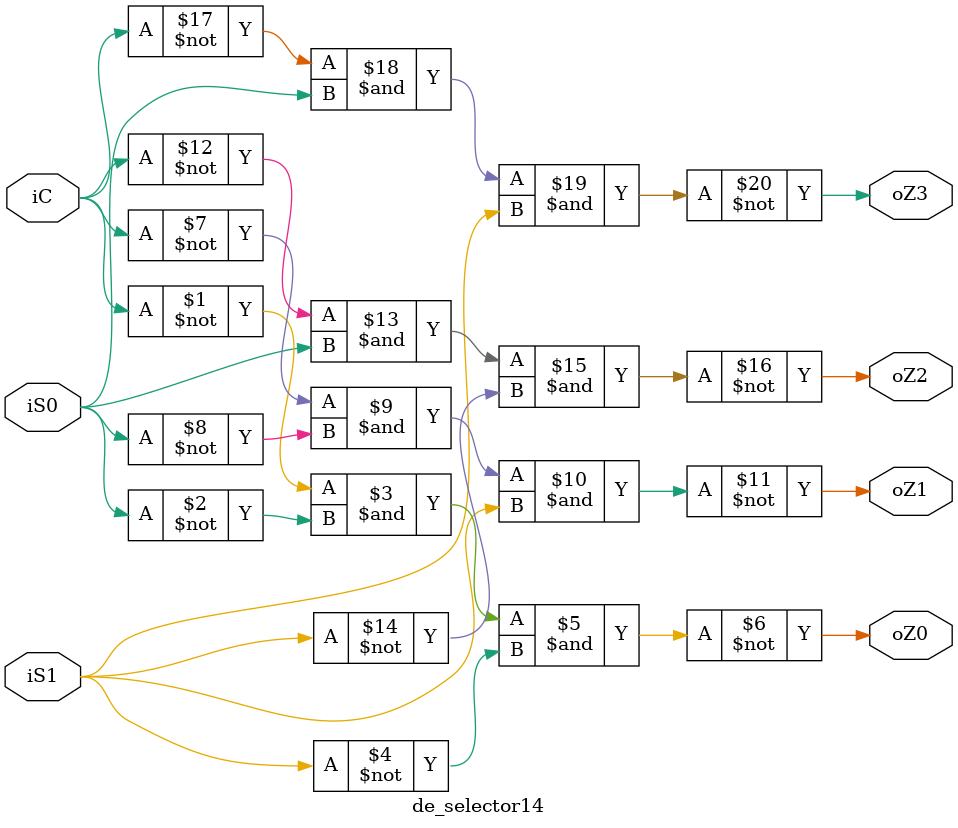
<source format=v>
`timescale 1ns / 1ps


module de_selector14(
    input iC,
    input iS0,
    input iS1,
    output oZ0,
    output oZ1,
    output oZ2,
    output oZ3
    );
    assign oZ0=~((~iC)&(~iS0)&(~iS1));
    assign oZ1=~((~iC)&(~iS0)&(iS1));
    assign oZ2=~((~iC)&(iS0)&(~iS1));
    assign oZ3=~((~iC)&(iS0)&(iS1));
endmodule

</source>
